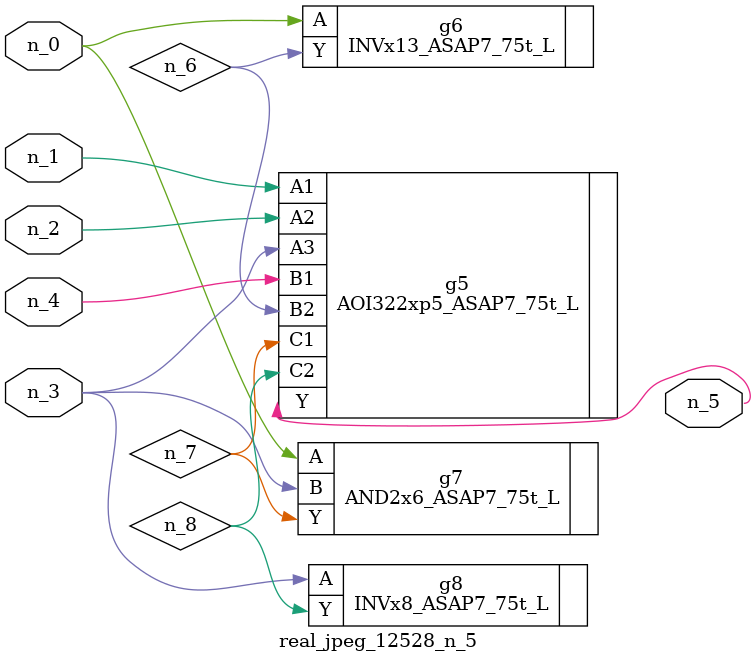
<source format=v>
module real_jpeg_12528_n_5 (n_4, n_0, n_1, n_2, n_3, n_5);

input n_4;
input n_0;
input n_1;
input n_2;
input n_3;

output n_5;

wire n_8;
wire n_6;
wire n_7;

INVx13_ASAP7_75t_L g6 ( 
.A(n_0),
.Y(n_6)
);

AND2x6_ASAP7_75t_L g7 ( 
.A(n_0),
.B(n_3),
.Y(n_7)
);

AOI322xp5_ASAP7_75t_L g5 ( 
.A1(n_1),
.A2(n_2),
.A3(n_3),
.B1(n_4),
.B2(n_6),
.C1(n_7),
.C2(n_8),
.Y(n_5)
);

INVx8_ASAP7_75t_L g8 ( 
.A(n_3),
.Y(n_8)
);


endmodule
</source>
